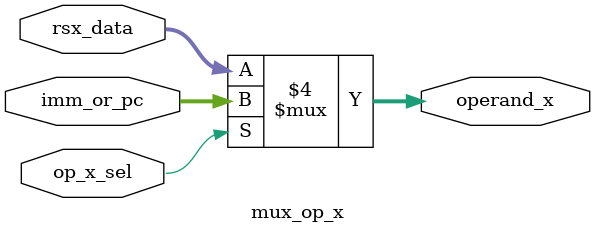
<source format=sv>
module mux_op_x
(
	input	logic		 op_x_sel,
	input 	logic [31:0] rsx_data,
	input	logic [31:0] imm_or_pc,
	output	logic [31:0] operand_x
);

always_comb begin
	if(!op_x_sel) 
		operand_x = rsx_data;
	else
		operand_x = imm_or_pc;
end

endmodule

</source>
